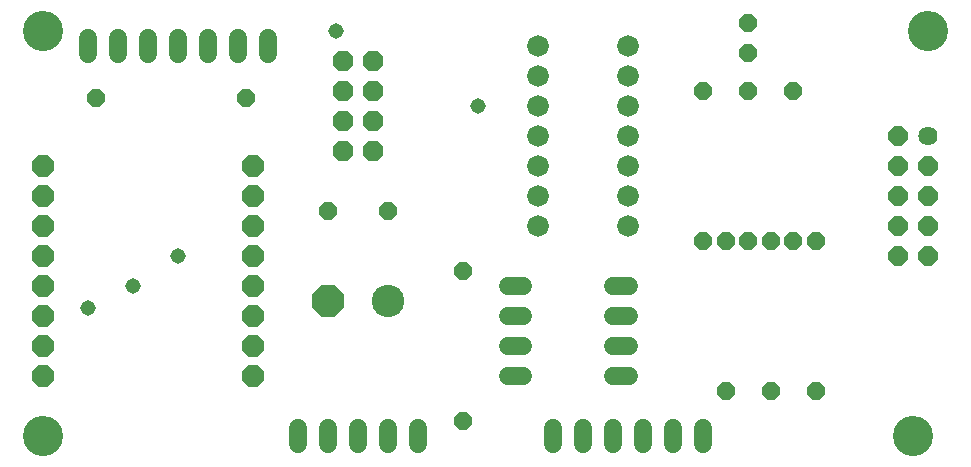
<source format=gbs>
G75*
%MOIN*%
%OFA0B0*%
%FSLAX25Y25*%
%IPPOS*%
%LPD*%
%AMOC8*
5,1,8,0,0,1.08239X$1,22.5*
%
%ADD10C,0.13398*%
%ADD11C,0.06000*%
%ADD12C,0.06400*%
%ADD13OC8,0.06400*%
%ADD14C,0.07200*%
%ADD15OC8,0.06000*%
%ADD16OC8,0.07400*%
%ADD17OC8,0.06800*%
%ADD18C,0.10800*%
%ADD19OC8,0.10800*%
%ADD20C,0.05156*%
D10*
X0016800Y0021800D03*
X0016800Y0156800D03*
X0306800Y0021800D03*
X0311800Y0156800D03*
D11*
X0212000Y0071800D02*
X0206800Y0071800D01*
X0206800Y0061800D02*
X0212000Y0061800D01*
X0212000Y0051800D02*
X0206800Y0051800D01*
X0206800Y0041800D02*
X0212000Y0041800D01*
X0216800Y0024400D02*
X0216800Y0019200D01*
X0206800Y0019200D02*
X0206800Y0024400D01*
X0196800Y0024400D02*
X0196800Y0019200D01*
X0186800Y0019200D02*
X0186800Y0024400D01*
X0176800Y0041800D02*
X0171600Y0041800D01*
X0171600Y0051800D02*
X0176800Y0051800D01*
X0176800Y0061800D02*
X0171600Y0061800D01*
X0171600Y0071800D02*
X0176800Y0071800D01*
X0141800Y0024400D02*
X0141800Y0019200D01*
X0131800Y0019200D02*
X0131800Y0024400D01*
X0121800Y0024400D02*
X0121800Y0019200D01*
X0111800Y0019200D02*
X0111800Y0024400D01*
X0101800Y0024400D02*
X0101800Y0019200D01*
X0226800Y0019200D02*
X0226800Y0024400D01*
X0236800Y0024400D02*
X0236800Y0019200D01*
X0091800Y0149200D02*
X0091800Y0154400D01*
X0081800Y0154400D02*
X0081800Y0149200D01*
X0071800Y0149200D02*
X0071800Y0154400D01*
X0061800Y0154400D02*
X0061800Y0149200D01*
X0051800Y0149200D02*
X0051800Y0154400D01*
X0041800Y0154400D02*
X0041800Y0149200D01*
X0031800Y0149200D02*
X0031800Y0154400D01*
D12*
X0311800Y0121800D03*
D13*
X0301800Y0121800D03*
X0301800Y0111800D03*
X0311800Y0111800D03*
X0311800Y0101800D03*
X0301800Y0101800D03*
X0301800Y0091800D03*
X0311800Y0091800D03*
X0311800Y0081800D03*
X0301800Y0081800D03*
D14*
X0211800Y0091800D03*
X0211800Y0101800D03*
X0211800Y0111800D03*
X0211800Y0121800D03*
X0211800Y0131800D03*
X0211800Y0141800D03*
X0211800Y0151800D03*
X0181800Y0151800D03*
X0181800Y0141800D03*
X0181800Y0131800D03*
X0181800Y0121800D03*
X0181800Y0111800D03*
X0181800Y0101800D03*
X0181800Y0091800D03*
D15*
X0156800Y0076800D03*
X0131800Y0096800D03*
X0111800Y0096800D03*
X0084300Y0134300D03*
X0034300Y0134300D03*
X0236800Y0136800D03*
X0251800Y0136800D03*
X0266800Y0136800D03*
X0251800Y0149300D03*
X0251800Y0159300D03*
X0251800Y0086800D03*
X0244300Y0086800D03*
X0236800Y0086800D03*
X0259300Y0086800D03*
X0266800Y0086800D03*
X0274300Y0086800D03*
X0274300Y0036800D03*
X0259300Y0036800D03*
X0244300Y0036800D03*
X0156800Y0026800D03*
D16*
X0086800Y0041800D03*
X0086800Y0051800D03*
X0086800Y0061800D03*
X0086800Y0071800D03*
X0086800Y0081800D03*
X0086800Y0091800D03*
X0086800Y0101800D03*
X0086800Y0111800D03*
X0016800Y0111800D03*
X0016800Y0101800D03*
X0016800Y0091800D03*
X0016800Y0081800D03*
X0016800Y0071800D03*
X0016800Y0061800D03*
X0016800Y0051800D03*
X0016800Y0041800D03*
D17*
X0116800Y0116800D03*
X0126800Y0116800D03*
X0126800Y0126800D03*
X0116800Y0126800D03*
X0116800Y0136800D03*
X0126800Y0136800D03*
X0126800Y0146800D03*
X0116800Y0146800D03*
D18*
X0131800Y0066800D03*
D19*
X0111800Y0066800D03*
D20*
X0061800Y0081800D03*
X0046800Y0071800D03*
X0031800Y0064300D03*
X0161800Y0131800D03*
X0114300Y0156800D03*
M02*

</source>
